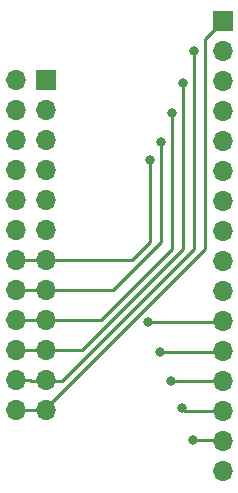
<source format=gbr>
G04 #@! TF.GenerationSoftware,KiCad,Pcbnew,(5.1.2-1)-1*
G04 #@! TF.CreationDate,2020-02-14T00:00:27-08:00*
G04 #@! TF.ProjectId,LCD,4c43442e-6b69-4636-9164-5f7063625858,rev?*
G04 #@! TF.SameCoordinates,Original*
G04 #@! TF.FileFunction,Copper,L2,Bot*
G04 #@! TF.FilePolarity,Positive*
%FSLAX46Y46*%
G04 Gerber Fmt 4.6, Leading zero omitted, Abs format (unit mm)*
G04 Created by KiCad (PCBNEW (5.1.2-1)-1) date 2020-02-14 00:00:27*
%MOMM*%
%LPD*%
G04 APERTURE LIST*
%ADD10O,1.700000X1.700000*%
%ADD11R,1.700000X1.700000*%
%ADD12C,0.800000*%
%ADD13C,0.254000*%
G04 APERTURE END LIST*
D10*
X35000000Y-53100000D03*
X35000000Y-50560000D03*
X35000000Y-48020000D03*
X35000000Y-45480000D03*
X35000000Y-42940000D03*
X35000000Y-40400000D03*
X35000000Y-37860000D03*
X35000000Y-35320000D03*
X35000000Y-32780000D03*
X35000000Y-30240000D03*
X35000000Y-27700000D03*
X35000000Y-25160000D03*
X35000000Y-22620000D03*
X35000000Y-20080000D03*
X35000000Y-17540000D03*
D11*
X35000000Y-15000000D03*
D10*
X17460000Y-47940000D03*
X20000000Y-47940000D03*
X17460000Y-45400000D03*
X20000000Y-45400000D03*
X17460000Y-42860000D03*
X20000000Y-42860000D03*
X17460000Y-40320000D03*
X20000000Y-40320000D03*
X17460000Y-37780000D03*
X20000000Y-37780000D03*
X17460000Y-35240000D03*
X20000000Y-35240000D03*
X17460000Y-32700000D03*
X20000000Y-32700000D03*
X17460000Y-30160000D03*
X20000000Y-30160000D03*
X17460000Y-27620000D03*
X20000000Y-27620000D03*
X17460000Y-25080000D03*
X20000000Y-25080000D03*
X17460000Y-22540000D03*
X20000000Y-22540000D03*
X17460000Y-20000000D03*
D11*
X20000000Y-20000000D03*
D12*
X32566600Y-17500000D03*
X31633200Y-20250000D03*
X30699800Y-22750000D03*
X29766400Y-25250000D03*
X28833000Y-26752342D03*
X28699800Y-40500000D03*
X29633200Y-43000000D03*
X30566600Y-45500000D03*
X31500000Y-47750000D03*
X32500000Y-50500000D03*
D13*
X33500000Y-16500000D02*
X35000000Y-15000000D01*
X33500000Y-34318366D02*
X33500000Y-16500000D01*
X19878366Y-47940000D02*
X33500000Y-34318366D01*
X17460000Y-47940000D02*
X19878366Y-47940000D01*
X18662081Y-45400000D02*
X18762081Y-45500000D01*
X17460000Y-45400000D02*
X18662081Y-45400000D01*
X18762081Y-45500000D02*
X21384406Y-45500000D01*
X32566600Y-34317806D02*
X32566600Y-17500000D01*
X21384406Y-45500000D02*
X32566600Y-34317806D01*
X17460000Y-42860000D02*
X20250000Y-42860000D01*
X20250000Y-42860000D02*
X23090446Y-42860000D01*
X31633200Y-34317246D02*
X31633200Y-20250000D01*
X23090446Y-42860000D02*
X31633200Y-34317246D01*
X17460000Y-40320000D02*
X24696486Y-40320000D01*
X30699800Y-34316686D02*
X30699800Y-22750000D01*
X24696486Y-40320000D02*
X30699800Y-34316686D01*
X17460000Y-37780000D02*
X25720000Y-37780000D01*
X29766400Y-33733600D02*
X29766400Y-25250000D01*
X25720000Y-37780000D02*
X29766400Y-33733600D01*
X17460000Y-35240000D02*
X27326040Y-35240000D01*
X28833000Y-33733040D02*
X28833000Y-26752342D01*
X27326040Y-35240000D02*
X28833000Y-33733040D01*
X28699800Y-40500000D02*
X35000000Y-40500000D01*
X35000000Y-40500000D02*
X35250000Y-40250000D01*
X29633200Y-43000000D02*
X34750000Y-43000000D01*
X34750000Y-43000000D02*
X35000000Y-42750000D01*
X30566600Y-45500000D02*
X35000000Y-45500000D01*
X34840000Y-48000000D02*
X31750000Y-48000000D01*
X31750000Y-48000000D02*
X31500000Y-47750000D01*
X34940000Y-48100000D02*
X34840000Y-48000000D01*
X34940000Y-50640000D02*
X34800000Y-50500000D01*
X33065685Y-50500000D02*
X32500000Y-50500000D01*
X34800000Y-50500000D02*
X33065685Y-50500000D01*
M02*

</source>
